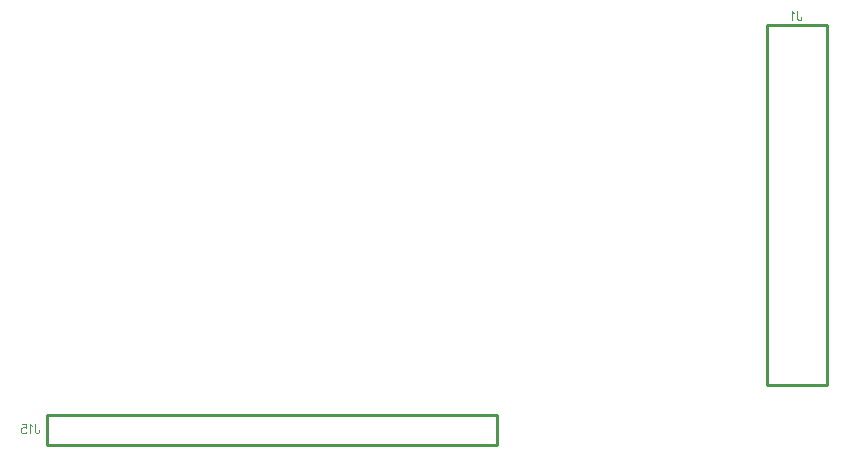
<source format=gbr>
G04 DipTrace 2.4.0.2*
%INBottomSilk.gbr*%
%MOIN*%
%ADD10C,0.0098*%
%ADD82C,0.0046*%
%FSLAX44Y44*%
G04*
G70*
G90*
G75*
G01*
%LNBotSilk*%
%LPD*%
X40440Y18440D2*
D10*
X42440D1*
Y6440D1*
X40440D1*
Y18440D1*
X16441Y4440D2*
X31440D1*
Y5440D1*
X16441D1*
Y4440D1*
X41451Y18879D2*
D82*
Y18650D1*
X41465Y18607D1*
X41480Y18593D1*
X41508Y18578D1*
X41537D1*
X41565Y18593D1*
X41580Y18607D1*
X41594Y18650D1*
Y18679D1*
X41358Y18822D2*
X41329Y18836D1*
X41286Y18879D1*
Y18578D1*
X16035Y5122D2*
Y4893D1*
X16049Y4850D1*
X16064Y4835D1*
X16092Y4821D1*
X16121D1*
X16150Y4835D1*
X16164Y4850D1*
X16179Y4893D1*
Y4921D1*
X15942Y5064D2*
X15913Y5079D1*
X15870Y5122D1*
Y4821D1*
X15606Y5122D2*
X15749D1*
X15763Y4993D1*
X15749Y5007D1*
X15706Y5022D1*
X15663D1*
X15620Y5007D1*
X15591Y4979D1*
X15577Y4935D1*
Y4907D1*
X15591Y4864D1*
X15620Y4835D1*
X15663Y4821D1*
X15706D1*
X15749Y4835D1*
X15763Y4850D1*
X15778Y4878D1*
M02*

</source>
